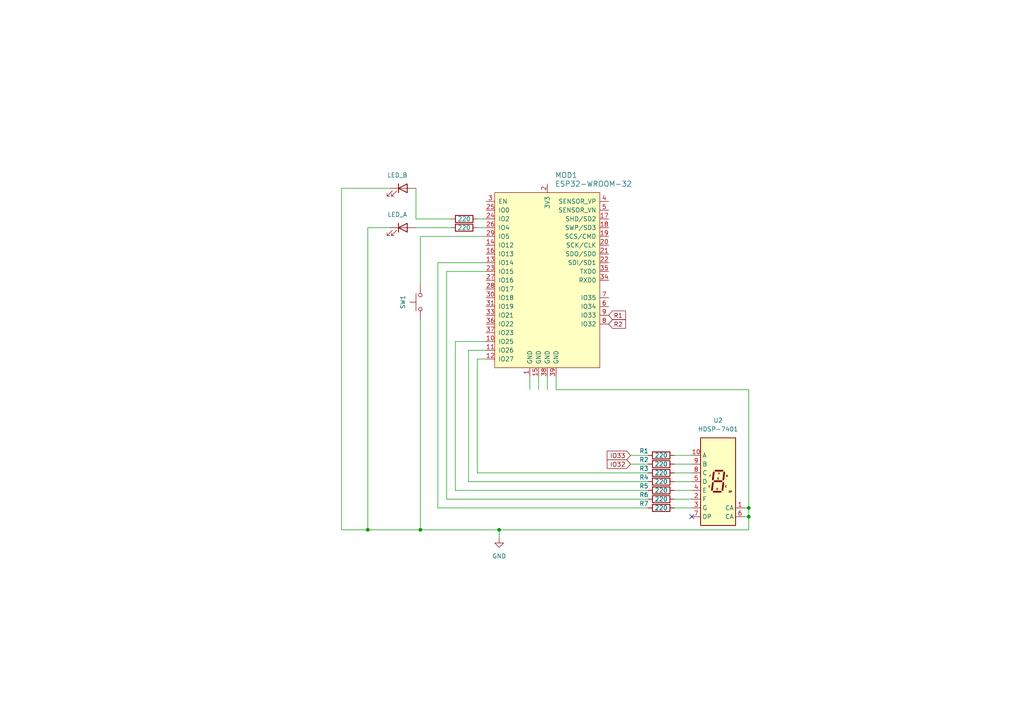
<source format=kicad_sch>
(kicad_sch (version 20230121) (generator eeschema)

  (uuid 1906a174-291f-4286-ac3c-35ec9e20ec29)

  (paper "A4")

  (lib_symbols
    (symbol "Device:LED" (pin_numbers hide) (pin_names (offset 1.016) hide) (in_bom yes) (on_board yes)
      (property "Reference" "D" (at 0 2.54 0)
        (effects (font (size 1.27 1.27)))
      )
      (property "Value" "LED" (at 0 -2.54 0)
        (effects (font (size 1.27 1.27)))
      )
      (property "Footprint" "" (at 0 0 0)
        (effects (font (size 1.27 1.27)) hide)
      )
      (property "Datasheet" "~" (at 0 0 0)
        (effects (font (size 1.27 1.27)) hide)
      )
      (property "ki_keywords" "LED diode" (at 0 0 0)
        (effects (font (size 1.27 1.27)) hide)
      )
      (property "ki_description" "Light emitting diode" (at 0 0 0)
        (effects (font (size 1.27 1.27)) hide)
      )
      (property "ki_fp_filters" "LED* LED_SMD:* LED_THT:*" (at 0 0 0)
        (effects (font (size 1.27 1.27)) hide)
      )
      (symbol "LED_0_1"
        (polyline
          (pts
            (xy -1.27 -1.27)
            (xy -1.27 1.27)
          )
          (stroke (width 0.254) (type default))
          (fill (type none))
        )
        (polyline
          (pts
            (xy -1.27 0)
            (xy 1.27 0)
          )
          (stroke (width 0) (type default))
          (fill (type none))
        )
        (polyline
          (pts
            (xy 1.27 -1.27)
            (xy 1.27 1.27)
            (xy -1.27 0)
            (xy 1.27 -1.27)
          )
          (stroke (width 0.254) (type default))
          (fill (type none))
        )
        (polyline
          (pts
            (xy -3.048 -0.762)
            (xy -4.572 -2.286)
            (xy -3.81 -2.286)
            (xy -4.572 -2.286)
            (xy -4.572 -1.524)
          )
          (stroke (width 0) (type default))
          (fill (type none))
        )
        (polyline
          (pts
            (xy -1.778 -0.762)
            (xy -3.302 -2.286)
            (xy -2.54 -2.286)
            (xy -3.302 -2.286)
            (xy -3.302 -1.524)
          )
          (stroke (width 0) (type default))
          (fill (type none))
        )
      )
      (symbol "LED_1_1"
        (pin passive line (at -3.81 0 0) (length 2.54)
          (name "K" (effects (font (size 1.27 1.27))))
          (number "1" (effects (font (size 1.27 1.27))))
        )
        (pin passive line (at 3.81 0 180) (length 2.54)
          (name "A" (effects (font (size 1.27 1.27))))
          (number "2" (effects (font (size 1.27 1.27))))
        )
      )
    )
    (symbol "Device:R" (pin_numbers hide) (pin_names (offset 0)) (in_bom yes) (on_board yes)
      (property "Reference" "R1" (at 2.54 1.27 0)
        (effects (font (size 1.27 1.27)) (justify left) hide)
      )
      (property "Value" "220" (at 0 -1.27 90)
        (effects (font (size 1.27 1.27)) (justify left))
      )
      (property "Footprint" "" (at -1.778 0 90)
        (effects (font (size 1.27 1.27)) hide)
      )
      (property "Datasheet" "~" (at 0 0 0)
        (effects (font (size 1.27 1.27)) hide)
      )
      (property "ki_keywords" "R res resistor" (at 0 0 0)
        (effects (font (size 1.27 1.27)) hide)
      )
      (property "ki_description" "Resistor" (at 0 0 0)
        (effects (font (size 1.27 1.27)) hide)
      )
      (property "ki_fp_filters" "R_*" (at 0 0 0)
        (effects (font (size 1.27 1.27)) hide)
      )
      (symbol "R_0_1"
        (rectangle (start -1.016 -2.54) (end 1.016 2.54)
          (stroke (width 0.254) (type default))
          (fill (type none))
        )
      )
      (symbol "R_1_1"
        (pin passive line (at 0 3.81 270) (length 1.27)
          (name "~" (effects (font (size 1.27 1.27))))
          (number "1" (effects (font (size 1.27 1.27))))
        )
        (pin passive line (at 0 -3.81 90) (length 1.27)
          (name "~" (effects (font (size 1.27 1.27))))
          (number "2" (effects (font (size 1.27 1.27))))
        )
      )
    )
    (symbol "Display_Character:HDSP-7401" (in_bom yes) (on_board yes)
      (property "Reference" "U" (at -3.81 13.97 0)
        (effects (font (size 1.27 1.27)))
      )
      (property "Value" "HDSP-7401" (at 6.35 13.97 0)
        (effects (font (size 1.27 1.27)))
      )
      (property "Footprint" "Display_7Segment:HDSP-7401" (at 0 -13.97 0)
        (effects (font (size 1.27 1.27)) hide)
      )
      (property "Datasheet" "https://docs.broadcom.com/docs/AV02-2553EN" (at 0 0 0)
        (effects (font (size 1.27 1.27)) hide)
      )
      (property "ki_keywords" "display LED 7-segment" (at 0 0 0)
        (effects (font (size 1.27 1.27)) hide)
      )
      (property "ki_description" "One digit 7 segment yellow, common anode" (at 0 0 0)
        (effects (font (size 1.27 1.27)) hide)
      )
      (property "ki_fp_filters" "HDSP?7401*" (at 0 0 0)
        (effects (font (size 1.27 1.27)) hide)
      )
      (symbol "HDSP-7401_1_0"
        (text "A" (at 0.254 2.413 0)
          (effects (font (size 0.508 0.508)))
        )
        (text "B" (at 2.54 1.651 0)
          (effects (font (size 0.508 0.508)))
        )
        (text "C" (at 2.286 -1.397 0)
          (effects (font (size 0.508 0.508)))
        )
        (text "D" (at -0.254 -2.159 0)
          (effects (font (size 0.508 0.508)))
        )
        (text "DP" (at 3.556 -2.921 0)
          (effects (font (size 0.508 0.508)))
        )
        (text "E" (at -2.54 -1.397 0)
          (effects (font (size 0.508 0.508)))
        )
        (text "F" (at -2.286 1.651 0)
          (effects (font (size 0.508 0.508)))
        )
        (text "G" (at 0 0.889 0)
          (effects (font (size 0.508 0.508)))
        )
      )
      (symbol "HDSP-7401_1_1"
        (rectangle (start -5.08 12.7) (end 5.08 -12.7)
          (stroke (width 0.254) (type default))
          (fill (type background))
        )
        (polyline
          (pts
            (xy -1.524 -0.381)
            (xy -1.778 -2.413)
          )
          (stroke (width 0.508) (type default))
          (fill (type none))
        )
        (polyline
          (pts
            (xy -1.27 -2.921)
            (xy 0.762 -2.921)
          )
          (stroke (width 0.508) (type default))
          (fill (type none))
        )
        (polyline
          (pts
            (xy -1.27 2.667)
            (xy -1.524 0.635)
          )
          (stroke (width 0.508) (type default))
          (fill (type none))
        )
        (polyline
          (pts
            (xy -1.016 0.127)
            (xy 1.016 0.127)
          )
          (stroke (width 0.508) (type default))
          (fill (type none))
        )
        (polyline
          (pts
            (xy -0.762 3.175)
            (xy 1.27 3.175)
          )
          (stroke (width 0.508) (type default))
          (fill (type none))
        )
        (polyline
          (pts
            (xy 1.524 -0.381)
            (xy 1.27 -2.413)
          )
          (stroke (width 0.508) (type default))
          (fill (type none))
        )
        (polyline
          (pts
            (xy 1.778 2.667)
            (xy 1.524 0.635)
          )
          (stroke (width 0.508) (type default))
          (fill (type none))
        )
        (polyline
          (pts
            (xy 2.54 -2.921)
            (xy 2.54 -2.921)
          )
          (stroke (width 0.508) (type default))
          (fill (type none))
        )
        (pin input line (at 7.62 -7.62 180) (length 2.54)
          (name "CA" (effects (font (size 1.27 1.27))))
          (number "1" (effects (font (size 1.27 1.27))))
        )
        (pin input line (at -7.62 7.62 0) (length 2.54)
          (name "A" (effects (font (size 1.27 1.27))))
          (number "10" (effects (font (size 1.27 1.27))))
        )
        (pin input line (at -7.62 -5.08 0) (length 2.54)
          (name "F" (effects (font (size 1.27 1.27))))
          (number "2" (effects (font (size 1.27 1.27))))
        )
        (pin input line (at -7.62 -7.62 0) (length 2.54)
          (name "G" (effects (font (size 1.27 1.27))))
          (number "3" (effects (font (size 1.27 1.27))))
        )
        (pin input line (at -7.62 -2.54 0) (length 2.54)
          (name "E" (effects (font (size 1.27 1.27))))
          (number "4" (effects (font (size 1.27 1.27))))
        )
        (pin input line (at -7.62 0 0) (length 2.54)
          (name "D" (effects (font (size 1.27 1.27))))
          (number "5" (effects (font (size 1.27 1.27))))
        )
        (pin input line (at 7.62 -10.16 180) (length 2.54)
          (name "CA" (effects (font (size 1.27 1.27))))
          (number "6" (effects (font (size 1.27 1.27))))
        )
        (pin input line (at -7.62 -10.16 0) (length 2.54)
          (name "DP" (effects (font (size 1.27 1.27))))
          (number "7" (effects (font (size 1.27 1.27))))
        )
        (pin input line (at -7.62 2.54 0) (length 2.54)
          (name "C" (effects (font (size 1.27 1.27))))
          (number "8" (effects (font (size 1.27 1.27))))
        )
        (pin input line (at -7.62 5.08 0) (length 2.54)
          (name "B" (effects (font (size 1.27 1.27))))
          (number "9" (effects (font (size 1.27 1.27))))
        )
      )
    )
    (symbol "Switch:SW_MEC_5G" (pin_numbers hide) (pin_names (offset 1.016) hide) (in_bom yes) (on_board yes)
      (property "Reference" "SW" (at 1.27 2.54 0)
        (effects (font (size 1.27 1.27)) (justify left))
      )
      (property "Value" "SW_MEC_5G" (at 0 -1.524 0)
        (effects (font (size 1.27 1.27)))
      )
      (property "Footprint" "" (at 0 5.08 0)
        (effects (font (size 1.27 1.27)) hide)
      )
      (property "Datasheet" "http://www.apem.com/int/index.php?controller=attachment&id_attachment=488" (at 0 5.08 0)
        (effects (font (size 1.27 1.27)) hide)
      )
      (property "ki_keywords" "switch normally-open pushbutton push-button" (at 0 0 0)
        (effects (font (size 1.27 1.27)) hide)
      )
      (property "ki_description" "MEC 5G single pole normally-open tactile switch" (at 0 0 0)
        (effects (font (size 1.27 1.27)) hide)
      )
      (property "ki_fp_filters" "SW*MEC*5G*" (at 0 0 0)
        (effects (font (size 1.27 1.27)) hide)
      )
      (symbol "SW_MEC_5G_0_1"
        (circle (center -2.032 0) (radius 0.508)
          (stroke (width 0) (type default))
          (fill (type none))
        )
        (polyline
          (pts
            (xy 0 1.27)
            (xy 0 3.048)
          )
          (stroke (width 0) (type default))
          (fill (type none))
        )
        (polyline
          (pts
            (xy 2.54 1.27)
            (xy -2.54 1.27)
          )
          (stroke (width 0) (type default))
          (fill (type none))
        )
        (circle (center 2.032 0) (radius 0.508)
          (stroke (width 0) (type default))
          (fill (type none))
        )
        (pin passive line (at -5.08 0 0) (length 2.54)
          (name "A" (effects (font (size 1.27 1.27))))
          (number "1" (effects (font (size 1.27 1.27))))
        )
        (pin passive line (at 5.08 0 180) (length 2.54)
          (name "B" (effects (font (size 1.27 1.27))))
          (number "3" (effects (font (size 1.27 1.27))))
        )
      )
      (symbol "SW_MEC_5G_1_1"
        (pin passive line (at -5.08 0 0) (length 2.54) hide
          (name "A" (effects (font (size 1.27 1.27))))
          (number "2" (effects (font (size 1.27 1.27))))
        )
        (pin passive line (at 5.08 0 180) (length 2.54) hide
          (name "B" (effects (font (size 1.27 1.27))))
          (number "4" (effects (font (size 1.27 1.27))))
        )
      )
    )
    (symbol "power:GND" (power) (pin_names (offset 0)) (in_bom yes) (on_board yes)
      (property "Reference" "#PWR" (at 0 -6.35 0)
        (effects (font (size 1.27 1.27)) hide)
      )
      (property "Value" "GND" (at 0 -3.81 0)
        (effects (font (size 1.27 1.27)))
      )
      (property "Footprint" "" (at 0 0 0)
        (effects (font (size 1.27 1.27)) hide)
      )
      (property "Datasheet" "" (at 0 0 0)
        (effects (font (size 1.27 1.27)) hide)
      )
      (property "ki_keywords" "global power" (at 0 0 0)
        (effects (font (size 1.27 1.27)) hide)
      )
      (property "ki_description" "Power symbol creates a global label with name \"GND\" , ground" (at 0 0 0)
        (effects (font (size 1.27 1.27)) hide)
      )
      (symbol "GND_0_1"
        (polyline
          (pts
            (xy 0 0)
            (xy 0 -1.27)
            (xy 1.27 -1.27)
            (xy 0 -2.54)
            (xy -1.27 -1.27)
            (xy 0 -1.27)
          )
          (stroke (width 0) (type default))
          (fill (type none))
        )
      )
      (symbol "GND_1_1"
        (pin power_in line (at 0 0 270) (length 0) hide
          (name "GND" (effects (font (size 1.27 1.27))))
          (number "1" (effects (font (size 1.27 1.27))))
        )
      )
    )
    (symbol "uwi_Library:ESP32-WROOM-32" (pin_names (offset 1.016)) (in_bom yes) (on_board yes)
      (property "Reference" "MOD" (at -10.16 1.27 0)
        (effects (font (size 1.524 1.524)) (justify left))
      )
      (property "Value" "ESP32-WROOM-32" (at 5.08 -25.4 90)
        (effects (font (size 1.524 1.524)))
      )
      (property "Footprint" "digikey-footprints:ESP32-WROOM-32D" (at 5.08 5.08 0)
        (effects (font (size 1.524 1.524)) (justify left) hide)
      )
      (property "Datasheet" "https://www.espressif.com/sites/default/files/documentation/esp32-wroom-32_datasheet_en.pdf" (at 5.08 7.62 0)
        (effects (font (size 1.524 1.524)) (justify left) hide)
      )
      (property "Digi-Key_PN" "1904-1010-1-ND" (at 5.08 10.16 0)
        (effects (font (size 1.524 1.524)) (justify left) hide)
      )
      (property "MPN" "ESP32-WROOM-32" (at 5.08 12.7 0)
        (effects (font (size 1.524 1.524)) (justify left) hide)
      )
      (property "Category" "RF/IF and RFID" (at 5.08 15.24 0)
        (effects (font (size 1.524 1.524)) (justify left) hide)
      )
      (property "Family" "RF Transceiver Modules" (at 5.08 17.78 0)
        (effects (font (size 1.524 1.524)) (justify left) hide)
      )
      (property "DK_Datasheet_Link" "https://www.espressif.com/sites/default/files/documentation/esp32-wroom-32_datasheet_en.pdf" (at 5.08 20.32 0)
        (effects (font (size 1.524 1.524)) (justify left) hide)
      )
      (property "DK_Detail_Page" "/product-detail/en/espressif-systems/ESP32-WROOM-32/1904-1010-1-ND/8544305" (at 5.08 22.86 0)
        (effects (font (size 1.524 1.524)) (justify left) hide)
      )
      (property "Description" "SMD MODULE, ESP32-D0WDQ6, 32MBIT" (at 5.08 25.4 0)
        (effects (font (size 1.524 1.524)) (justify left) hide)
      )
      (property "Manufacturer" "Espressif Systems" (at 5.08 27.94 0)
        (effects (font (size 1.524 1.524)) (justify left) hide)
      )
      (property "Status" "Active" (at 5.08 30.48 0)
        (effects (font (size 1.524 1.524)) (justify left) hide)
      )
      (property "ki_keywords" "1904-1010-1-ND *" (at 0 0 0)
        (effects (font (size 1.27 1.27)) hide)
      )
      (property "ki_description" "SMD MODULE, ESP32-D0WDQ6, 32MBIT" (at 0 0 0)
        (effects (font (size 1.27 1.27)) hide)
      )
      (symbol "ESP32-WROOM-32_0_1"
        (rectangle (start -10.16 0) (end 20.32 -50.8)
          (stroke (width 0) (type default))
          (fill (type background))
        )
      )
      (symbol "ESP32-WROOM-32_1_1"
        (pin power_in line (at 0 -53.34 90) (length 2.54)
          (name "GND" (effects (font (size 1.27 1.27))))
          (number "1" (effects (font (size 1.27 1.27))))
        )
        (pin bidirectional line (at -12.7 -43.18 0) (length 2.54)
          (name "IO25" (effects (font (size 1.27 1.27))))
          (number "10" (effects (font (size 1.27 1.27))))
        )
        (pin bidirectional line (at -12.7 -45.72 0) (length 2.54)
          (name "IO26" (effects (font (size 1.27 1.27))))
          (number "11" (effects (font (size 1.27 1.27))))
        )
        (pin bidirectional line (at -12.7 -48.26 0) (length 2.54)
          (name "IO27" (effects (font (size 1.27 1.27))))
          (number "12" (effects (font (size 1.27 1.27))))
        )
        (pin bidirectional line (at -12.7 -20.32 0) (length 2.54)
          (name "IO14" (effects (font (size 1.27 1.27))))
          (number "13" (effects (font (size 1.27 1.27))))
        )
        (pin bidirectional line (at -12.7 -15.24 0) (length 2.54)
          (name "IO12" (effects (font (size 1.27 1.27))))
          (number "14" (effects (font (size 1.27 1.27))))
        )
        (pin power_in line (at 2.54 -53.34 90) (length 2.54)
          (name "GND" (effects (font (size 1.27 1.27))))
          (number "15" (effects (font (size 1.27 1.27))))
        )
        (pin bidirectional line (at -12.7 -17.78 0) (length 2.54)
          (name "IO13" (effects (font (size 1.27 1.27))))
          (number "16" (effects (font (size 1.27 1.27))))
        )
        (pin bidirectional line (at 22.86 -7.62 180) (length 2.54)
          (name "SHD/SD2" (effects (font (size 1.27 1.27))))
          (number "17" (effects (font (size 1.27 1.27))))
        )
        (pin bidirectional line (at 22.86 -10.16 180) (length 2.54)
          (name "SWP/SD3" (effects (font (size 1.27 1.27))))
          (number "18" (effects (font (size 1.27 1.27))))
        )
        (pin bidirectional line (at 22.86 -12.7 180) (length 2.54)
          (name "SCS/CMD" (effects (font (size 1.27 1.27))))
          (number "19" (effects (font (size 1.27 1.27))))
        )
        (pin power_in line (at 5.08 2.54 270) (length 2.54)
          (name "3V3" (effects (font (size 1.27 1.27))))
          (number "2" (effects (font (size 1.27 1.27))))
        )
        (pin bidirectional line (at 22.86 -15.24 180) (length 2.54)
          (name "SCK/CLK" (effects (font (size 1.27 1.27))))
          (number "20" (effects (font (size 1.27 1.27))))
        )
        (pin bidirectional line (at 22.86 -17.78 180) (length 2.54)
          (name "SDO/SD0" (effects (font (size 1.27 1.27))))
          (number "21" (effects (font (size 1.27 1.27))))
        )
        (pin bidirectional line (at 22.86 -20.32 180) (length 2.54)
          (name "SDI/SD1" (effects (font (size 1.27 1.27))))
          (number "22" (effects (font (size 1.27 1.27))))
        )
        (pin bidirectional line (at -12.7 -22.86 0) (length 2.54)
          (name "IO15" (effects (font (size 1.27 1.27))))
          (number "23" (effects (font (size 1.27 1.27))))
        )
        (pin bidirectional line (at -12.7 -7.62 0) (length 2.54)
          (name "IO2" (effects (font (size 1.27 1.27))))
          (number "24" (effects (font (size 1.27 1.27))))
        )
        (pin bidirectional line (at -12.7 -5.08 0) (length 2.54)
          (name "IO0" (effects (font (size 1.27 1.27))))
          (number "25" (effects (font (size 1.27 1.27))))
        )
        (pin bidirectional line (at -12.7 -10.16 0) (length 2.54)
          (name "IO4" (effects (font (size 1.27 1.27))))
          (number "26" (effects (font (size 1.27 1.27))))
        )
        (pin bidirectional line (at -12.7 -25.4 0) (length 2.54)
          (name "IO16" (effects (font (size 1.27 1.27))))
          (number "27" (effects (font (size 1.27 1.27))))
        )
        (pin bidirectional line (at -12.7 -27.94 0) (length 2.54)
          (name "IO17" (effects (font (size 1.27 1.27))))
          (number "28" (effects (font (size 1.27 1.27))))
        )
        (pin bidirectional line (at -12.7 -12.7 0) (length 2.54)
          (name "IO5" (effects (font (size 1.27 1.27))))
          (number "29" (effects (font (size 1.27 1.27))))
        )
        (pin input line (at -12.7 -2.54 0) (length 2.54)
          (name "EN" (effects (font (size 1.27 1.27))))
          (number "3" (effects (font (size 1.27 1.27))))
        )
        (pin bidirectional line (at -12.7 -30.48 0) (length 2.54)
          (name "IO18" (effects (font (size 1.27 1.27))))
          (number "30" (effects (font (size 1.27 1.27))))
        )
        (pin bidirectional line (at -12.7 -33.02 0) (length 2.54)
          (name "IO19" (effects (font (size 1.27 1.27))))
          (number "31" (effects (font (size 1.27 1.27))))
        )
        (pin no_connect line (at 20.32 -43.18 180) (length 2.54) hide
          (name "NC" (effects (font (size 1.27 1.27))))
          (number "32" (effects (font (size 1.27 1.27))))
        )
        (pin bidirectional line (at -12.7 -35.56 0) (length 2.54)
          (name "IO21" (effects (font (size 1.27 1.27))))
          (number "33" (effects (font (size 1.27 1.27))))
        )
        (pin bidirectional line (at 22.86 -25.4 180) (length 2.54)
          (name "RXD0" (effects (font (size 1.27 1.27))))
          (number "34" (effects (font (size 1.27 1.27))))
        )
        (pin bidirectional line (at 22.86 -22.86 180) (length 2.54)
          (name "TXD0" (effects (font (size 1.27 1.27))))
          (number "35" (effects (font (size 1.27 1.27))))
        )
        (pin bidirectional line (at -12.7 -38.1 0) (length 2.54)
          (name "IO22" (effects (font (size 1.27 1.27))))
          (number "36" (effects (font (size 1.27 1.27))))
        )
        (pin bidirectional line (at -12.7 -40.64 0) (length 2.54)
          (name "IO23" (effects (font (size 1.27 1.27))))
          (number "37" (effects (font (size 1.27 1.27))))
        )
        (pin power_in line (at 5.08 -53.34 90) (length 2.54)
          (name "GND" (effects (font (size 1.27 1.27))))
          (number "38" (effects (font (size 1.27 1.27))))
        )
        (pin power_in line (at 7.62 -53.34 90) (length 2.54)
          (name "GND" (effects (font (size 1.27 1.27))))
          (number "39" (effects (font (size 1.27 1.27))))
        )
        (pin input line (at 22.86 -2.54 180) (length 2.54)
          (name "SENSOR_VP" (effects (font (size 1.27 1.27))))
          (number "4" (effects (font (size 1.27 1.27))))
        )
        (pin input line (at 22.86 -5.08 180) (length 2.54)
          (name "SENSOR_VN" (effects (font (size 1.27 1.27))))
          (number "5" (effects (font (size 1.27 1.27))))
        )
        (pin bidirectional line (at 22.86 -33.02 180) (length 2.54)
          (name "IO34" (effects (font (size 1.27 1.27))))
          (number "6" (effects (font (size 1.27 1.27))))
        )
        (pin bidirectional line (at 22.86 -30.48 180) (length 2.54)
          (name "IO35" (effects (font (size 1.27 1.27))))
          (number "7" (effects (font (size 1.27 1.27))))
        )
        (pin bidirectional line (at 22.86 -38.1 180) (length 2.54)
          (name "IO32" (effects (font (size 1.27 1.27))))
          (number "8" (effects (font (size 1.27 1.27))))
        )
        (pin bidirectional line (at 22.86 -35.56 180) (length 2.54)
          (name "IO33" (effects (font (size 1.27 1.27))))
          (number "9" (effects (font (size 1.27 1.27))))
        )
      )
    )
  )

  (junction (at 121.92 153.67) (diameter 0) (color 0 0 0 0)
    (uuid 0e78d45b-27a5-40eb-8de0-efbd93d43ac6)
  )
  (junction (at 217.17 147.32) (diameter 0) (color 0 0 0 0)
    (uuid 424ddfc9-37fa-435d-9cc2-bd445005817d)
  )
  (junction (at 217.17 149.86) (diameter 0) (color 0 0 0 0)
    (uuid 5fe4ddfd-3938-43ac-bd43-40ad9ec0b7e6)
  )
  (junction (at 144.78 153.67) (diameter 0) (color 0 0 0 0)
    (uuid a535f8f4-5c66-4853-881e-7f63ea5ad878)
  )
  (junction (at 106.68 153.67) (diameter 0) (color 0 0 0 0)
    (uuid ee9c3b5e-c32a-498e-889d-af54ec363bec)
  )

  (no_connect (at 200.66 149.86) (uuid ae0c0b50-0547-4b76-86ce-217569311bdd))

  (wire (pts (xy 129.54 78.74) (xy 129.54 144.78))
    (stroke (width 0) (type default))
    (uuid 067dceb0-a120-4967-a9d5-9258cc994d0c)
  )
  (wire (pts (xy 138.43 137.16) (xy 138.43 104.14))
    (stroke (width 0) (type default))
    (uuid 0c5edc02-3541-448e-ae21-ecd8ad645a53)
  )
  (wire (pts (xy 132.08 99.06) (xy 140.97 99.06))
    (stroke (width 0) (type default))
    (uuid 1364d9fe-3346-4783-9bd5-2230f2c332e2)
  )
  (wire (pts (xy 138.43 104.14) (xy 140.97 104.14))
    (stroke (width 0) (type default))
    (uuid 151f54ca-df4d-49d3-9d9c-8f99cec3f7ce)
  )
  (wire (pts (xy 158.75 109.22) (xy 158.75 113.03))
    (stroke (width 0) (type default))
    (uuid 1958df34-dbcd-4ed8-973d-0c84d47620dc)
  )
  (wire (pts (xy 129.54 78.74) (xy 140.97 78.74))
    (stroke (width 0) (type default))
    (uuid 1cc42e5a-1a60-4784-91ef-b19ad9aca1c7)
  )
  (wire (pts (xy 187.96 137.16) (xy 138.43 137.16))
    (stroke (width 0) (type default))
    (uuid 1ce2bd36-f65a-4821-9e93-bd73d2326031)
  )
  (wire (pts (xy 127 76.2) (xy 127 147.32))
    (stroke (width 0) (type default))
    (uuid 201cb74f-63fa-40e9-a01c-4479ebf9c239)
  )
  (wire (pts (xy 182.88 132.08) (xy 187.96 132.08))
    (stroke (width 0) (type default))
    (uuid 21b3d203-395c-4a70-9e84-5cc9c547f308)
  )
  (wire (pts (xy 135.89 101.6) (xy 135.89 139.7))
    (stroke (width 0) (type default))
    (uuid 272f2216-2596-4a99-9277-915daea1f0bc)
  )
  (wire (pts (xy 187.96 144.78) (xy 129.54 144.78))
    (stroke (width 0) (type default))
    (uuid 297e57be-bab7-4c6e-a3a2-8b3cb78a11dd)
  )
  (wire (pts (xy 127 76.2) (xy 140.97 76.2))
    (stroke (width 0) (type default))
    (uuid 2aab78fa-7b74-4ac9-aa26-4e0a4323ebec)
  )
  (wire (pts (xy 195.58 132.08) (xy 200.66 132.08))
    (stroke (width 0) (type default))
    (uuid 2f738b09-806d-4c3c-9511-6a1e9c9b74c1)
  )
  (wire (pts (xy 132.08 142.24) (xy 187.96 142.24))
    (stroke (width 0) (type default))
    (uuid 404c6a89-b778-45ba-9094-2ab2ac16644a)
  )
  (wire (pts (xy 144.78 153.67) (xy 217.17 153.67))
    (stroke (width 0) (type default))
    (uuid 448139fd-f7cf-498b-960d-9ad0dd4dd25d)
  )
  (wire (pts (xy 138.4444 63.5) (xy 140.97 63.5))
    (stroke (width 0) (type default))
    (uuid 4a175b9a-7e76-41dd-83dc-74ca8d0aba16)
  )
  (wire (pts (xy 121.92 68.58) (xy 121.92 82.55))
    (stroke (width 0) (type default))
    (uuid 4eaecb71-4835-4829-b4f4-71134b65a78a)
  )
  (wire (pts (xy 135.89 139.7) (xy 187.96 139.7))
    (stroke (width 0) (type default))
    (uuid 4f58e1a2-e08f-465c-bc9d-dce6ca944c71)
  )
  (wire (pts (xy 200.66 137.16) (xy 195.58 137.16))
    (stroke (width 0) (type default))
    (uuid 53107558-80b8-4085-bc22-7bdef8f2bcaa)
  )
  (wire (pts (xy 200.66 144.78) (xy 195.58 144.78))
    (stroke (width 0) (type default))
    (uuid 5d9b89c5-310c-434e-bfb5-2127da2b06bd)
  )
  (wire (pts (xy 99.06 54.61) (xy 99.06 153.67))
    (stroke (width 0) (type default))
    (uuid 5f563bad-b9dc-422d-b016-4873bb85d355)
  )
  (wire (pts (xy 215.9 147.32) (xy 217.17 147.32))
    (stroke (width 0) (type default))
    (uuid 705fb8bb-3fd3-4fd3-8c35-d07d703b4a37)
  )
  (wire (pts (xy 113.03 54.61) (xy 99.06 54.61))
    (stroke (width 0) (type default))
    (uuid 82b97f3b-58bc-4107-a3ac-2a4f6826dd8e)
  )
  (wire (pts (xy 153.67 109.22) (xy 153.67 113.03))
    (stroke (width 0) (type default))
    (uuid 88a4d6db-7c53-4147-bc80-d87a3cdc7109)
  )
  (wire (pts (xy 121.92 92.71) (xy 121.92 153.67))
    (stroke (width 0) (type default))
    (uuid 898f606d-5cb5-4804-9f83-c1d025f85e11)
  )
  (wire (pts (xy 187.96 147.32) (xy 127 147.32))
    (stroke (width 0) (type default))
    (uuid 90b25db5-1273-45f8-b161-292b81efa7eb)
  )
  (wire (pts (xy 217.17 149.86) (xy 217.17 153.67))
    (stroke (width 0) (type default))
    (uuid 90d5f38b-8789-4a04-a2dc-bcade99b2e0a)
  )
  (wire (pts (xy 144.78 153.67) (xy 121.92 153.67))
    (stroke (width 0) (type default))
    (uuid 9250476d-b4e1-4f46-9d85-e01105bb9700)
  )
  (wire (pts (xy 140.97 101.6) (xy 135.89 101.6))
    (stroke (width 0) (type default))
    (uuid 9b21baae-3991-483f-83f6-3ca821bc39c0)
  )
  (wire (pts (xy 120.65 63.5) (xy 130.8244 63.5))
    (stroke (width 0) (type default))
    (uuid 9c2c5e8c-449d-4ffe-a1c5-ce19a0c96f72)
  )
  (wire (pts (xy 121.92 153.67) (xy 106.68 153.67))
    (stroke (width 0) (type default))
    (uuid a197e18e-1652-4ba7-8882-62d12a69d618)
  )
  (wire (pts (xy 217.17 113.03) (xy 217.17 147.32))
    (stroke (width 0) (type default))
    (uuid a34e1998-9d30-4c02-a54b-935502e97f18)
  )
  (wire (pts (xy 161.29 109.22) (xy 161.29 113.03))
    (stroke (width 0) (type default))
    (uuid a7d7b961-0ea2-40a2-9221-3c702adc0d8d)
  )
  (wire (pts (xy 121.92 68.58) (xy 140.97 68.58))
    (stroke (width 0) (type default))
    (uuid a97540a6-2ca6-4195-9178-cd1fc6855abd)
  )
  (wire (pts (xy 187.96 134.62) (xy 182.88 134.62))
    (stroke (width 0) (type default))
    (uuid af140b12-8324-4bb2-a34a-fbbfcb82900b)
  )
  (wire (pts (xy 106.68 153.67) (xy 99.06 153.67))
    (stroke (width 0) (type default))
    (uuid b0e0ee3d-d9b3-4e33-9e4d-572e228b9da7)
  )
  (wire (pts (xy 120.65 54.61) (xy 120.65 63.5))
    (stroke (width 0) (type default))
    (uuid b2a0684e-e0ea-45a3-85f2-82cd757f093c)
  )
  (wire (pts (xy 200.66 147.32) (xy 195.58 147.32))
    (stroke (width 0) (type default))
    (uuid bc8f62e9-abd2-413b-96f4-a1f38483df9d)
  )
  (wire (pts (xy 156.21 109.22) (xy 156.21 113.03))
    (stroke (width 0) (type default))
    (uuid c26b4e8c-1c3e-4a67-929a-18d2d594738b)
  )
  (wire (pts (xy 113.03 66.04) (xy 106.68 66.04))
    (stroke (width 0) (type default))
    (uuid c4e562e3-9230-4707-af0c-796f3fcd721b)
  )
  (wire (pts (xy 106.68 66.04) (xy 106.68 153.67))
    (stroke (width 0) (type default))
    (uuid ca093a23-6739-457a-a5b2-8751e65876fd)
  )
  (wire (pts (xy 138.43 66.04) (xy 140.97 66.04))
    (stroke (width 0) (type default))
    (uuid d0203e59-f033-4ebb-ac78-a26f91e18dff)
  )
  (wire (pts (xy 215.9 149.86) (xy 217.17 149.86))
    (stroke (width 0) (type default))
    (uuid d03eab15-ad12-4823-9ebd-bf22c2f3616b)
  )
  (wire (pts (xy 161.29 113.03) (xy 217.17 113.03))
    (stroke (width 0) (type default))
    (uuid d0de4909-b11f-4fbb-8f4e-c2226f89a59a)
  )
  (wire (pts (xy 132.08 99.06) (xy 132.08 142.24))
    (stroke (width 0) (type default))
    (uuid d153febc-7e0c-4969-b6f5-16e1e877c598)
  )
  (wire (pts (xy 217.17 147.32) (xy 217.17 149.86))
    (stroke (width 0) (type default))
    (uuid e6ffc8df-97b9-40f1-b017-c7335412ce02)
  )
  (wire (pts (xy 195.58 139.7) (xy 200.66 139.7))
    (stroke (width 0) (type default))
    (uuid edb18f6a-353e-49bc-8ba9-f51f779e92fc)
  )
  (wire (pts (xy 144.78 156.21) (xy 144.78 153.67))
    (stroke (width 0) (type default))
    (uuid ee8ef400-723e-479b-8d89-982312481043)
  )
  (wire (pts (xy 120.65 66.04) (xy 130.81 66.04))
    (stroke (width 0) (type default))
    (uuid ef2368f6-3525-4788-a0ed-feddc855272f)
  )
  (wire (pts (xy 200.66 134.62) (xy 195.58 134.62))
    (stroke (width 0) (type default))
    (uuid faf4795c-7f21-44ca-8618-f71a31d96c8c)
  )
  (wire (pts (xy 195.58 142.24) (xy 200.66 142.24))
    (stroke (width 0) (type default))
    (uuid fcf209f8-ac10-442a-9694-0a3b386ad5a4)
  )

  (global_label "R1" (shape input) (at 176.53 91.44 0) (fields_autoplaced)
    (effects (font (size 1.27 1.27)) (justify left))
    (uuid 4239dca4-13e7-456f-a690-e9b6189ff769)
    (property "Intersheetrefs" "${INTERSHEET_REFS}" (at 181.9947 91.44 0)
      (effects (font (size 1.27 1.27)) (justify left) hide)
    )
  )
  (global_label "IO33" (shape input) (at 182.88 132.08 180) (fields_autoplaced)
    (effects (font (size 1.27 1.27)) (justify right))
    (uuid 6834851e-624f-4820-ba11-24970a1876cd)
    (property "Intersheetrefs" "${INTERSHEET_REFS}" (at 175.5405 132.08 0)
      (effects (font (size 1.27 1.27)) (justify right) hide)
    )
  )
  (global_label "R2" (shape input) (at 176.53 93.98 0) (fields_autoplaced)
    (effects (font (size 1.27 1.27)) (justify left))
    (uuid 70d06faa-a371-4de4-bfca-4f06e3c20c22)
    (property "Intersheetrefs" "${INTERSHEET_REFS}" (at 181.9947 93.98 0)
      (effects (font (size 1.27 1.27)) (justify left) hide)
    )
  )
  (global_label "IO32" (shape input) (at 182.88 134.62 180) (fields_autoplaced)
    (effects (font (size 1.27 1.27)) (justify right))
    (uuid 86f31a96-3b29-4b69-98ef-05cd69a9b92f)
    (property "Intersheetrefs" "${INTERSHEET_REFS}" (at 175.5405 134.62 0)
      (effects (font (size 1.27 1.27)) (justify right) hide)
    )
  )

  (symbol (lib_id "Device:R") (at 191.77 132.08 270) (unit 1)
    (in_bom yes) (on_board yes) (dnp no)
    (uuid 0dd8731b-9247-4199-bbdb-8dc2367ad97e)
    (property "Reference" "R1" (at 185.42 130.81 90)
      (effects (font (size 1.27 1.27)) (justify left))
    )
    (property "Value" "220" (at 191.77 132.08 90)
      (effects (font (size 1.27 1.27)))
    )
    (property "Footprint" "" (at 191.77 130.302 90)
      (effects (font (size 1.27 1.27)) hide)
    )
    (property "Datasheet" "~" (at 191.77 132.08 0)
      (effects (font (size 1.27 1.27)) hide)
    )
    (pin "1" (uuid b03bbba1-3a3b-4f46-8c67-927a0cfd3329))
    (pin "2" (uuid 028ddcc8-d8cb-4364-9db4-f6b87c686764))
    (instances
      (project "Lab_1_1A"
        (path "/1906a174-291f-4286-ac3c-35ec9e20ec29"
          (reference "R1") (unit 1)
        )
      )
    )
  )

  (symbol (lib_id "Device:R") (at 191.77 137.16 270) (unit 1)
    (in_bom yes) (on_board yes) (dnp no)
    (uuid 59d257e3-6f51-4410-8bb4-761659c32e19)
    (property "Reference" "R3" (at 185.42 135.89 90)
      (effects (font (size 1.27 1.27)) (justify left))
    )
    (property "Value" "220" (at 191.77 137.16 90)
      (effects (font (size 1.27 1.27)))
    )
    (property "Footprint" "" (at 191.77 135.382 90)
      (effects (font (size 1.27 1.27)) hide)
    )
    (property "Datasheet" "~" (at 191.77 137.16 0)
      (effects (font (size 1.27 1.27)) hide)
    )
    (pin "1" (uuid d701136b-d5e7-4077-90c5-8b1f932d20b9))
    (pin "2" (uuid 3ddd31b0-bf3a-4192-a64e-d641ab4cf7bf))
    (instances
      (project "Lab_1_1A"
        (path "/1906a174-291f-4286-ac3c-35ec9e20ec29"
          (reference "R3") (unit 1)
        )
      )
    )
  )

  (symbol (lib_id "Device:R") (at 191.77 147.32 270) (unit 1)
    (in_bom yes) (on_board yes) (dnp no)
    (uuid 67ae198f-a5f4-4987-916a-24f14a83c981)
    (property "Reference" "R7" (at 185.42 146.05 90)
      (effects (font (size 1.27 1.27)) (justify left))
    )
    (property "Value" "220" (at 191.77 147.32 90)
      (effects (font (size 1.27 1.27)))
    )
    (property "Footprint" "" (at 191.77 145.542 90)
      (effects (font (size 1.27 1.27)) hide)
    )
    (property "Datasheet" "~" (at 191.77 147.32 0)
      (effects (font (size 1.27 1.27)) hide)
    )
    (pin "1" (uuid e12e8f15-2b74-42f4-adad-3b12c39af80b))
    (pin "2" (uuid 1e081dcd-7ad0-48ec-90f3-08502b8fa565))
    (instances
      (project "Lab_1_1A"
        (path "/1906a174-291f-4286-ac3c-35ec9e20ec29"
          (reference "R7") (unit 1)
        )
      )
    )
  )

  (symbol (lib_id "Device:R") (at 191.77 134.62 270) (unit 1)
    (in_bom yes) (on_board yes) (dnp no)
    (uuid 6b451390-3b55-405d-95f3-a874bfc4bae9)
    (property "Reference" "R2" (at 185.42 133.35 90)
      (effects (font (size 1.27 1.27)) (justify left))
    )
    (property "Value" "220" (at 191.77 134.62 90)
      (effects (font (size 1.27 1.27)))
    )
    (property "Footprint" "" (at 191.77 132.842 90)
      (effects (font (size 1.27 1.27)) hide)
    )
    (property "Datasheet" "~" (at 191.77 134.62 0)
      (effects (font (size 1.27 1.27)) hide)
    )
    (pin "1" (uuid f709f32d-1c05-4995-a681-db7a1cf5c30f))
    (pin "2" (uuid 1e1dd9db-1e93-4dcd-a3f4-e42246dcf48f))
    (instances
      (project "Lab_1_1A"
        (path "/1906a174-291f-4286-ac3c-35ec9e20ec29"
          (reference "R2") (unit 1)
        )
      )
    )
  )

  (symbol (lib_id "Device:LED") (at 116.84 54.61 0) (unit 1)
    (in_bom yes) (on_board yes) (dnp no) (fields_autoplaced)
    (uuid 753ad3a3-0bec-41cb-b450-d259e73bf45f)
    (property "Reference" "D2" (at 115.2525 48.26 0)
      (effects (font (size 1.27 1.27)) hide)
    )
    (property "Value" "LED_B" (at 115.2525 50.8 0)
      (effects (font (size 1.27 1.27)))
    )
    (property "Footprint" "" (at 116.84 54.61 0)
      (effects (font (size 1.27 1.27)) hide)
    )
    (property "Datasheet" "~" (at 116.84 54.61 0)
      (effects (font (size 1.27 1.27)) hide)
    )
    (pin "1" (uuid 4091f3a0-f597-4d53-9c15-4ff3c77fabe9))
    (pin "2" (uuid 63152204-ada8-44e0-9896-69801415fe92))
    (instances
      (project "Lab_1_1A"
        (path "/1906a174-291f-4286-ac3c-35ec9e20ec29"
          (reference "D2") (unit 1)
        )
      )
    )
  )

  (symbol (lib_id "Device:R") (at 134.62 66.04 270) (unit 1)
    (in_bom yes) (on_board yes) (dnp no)
    (uuid 788706e3-9429-4521-a577-f38ed7c7bdab)
    (property "Reference" "R8" (at 135.89 68.58 0)
      (effects (font (size 1.27 1.27)) (justify left) hide)
    )
    (property "Value" "220" (at 134.62 66.04 90)
      (effects (font (size 1.27 1.27)))
    )
    (property "Footprint" "" (at 134.62 64.262 90)
      (effects (font (size 1.27 1.27)) hide)
    )
    (property "Datasheet" "~" (at 134.62 66.04 0)
      (effects (font (size 1.27 1.27)) hide)
    )
    (pin "1" (uuid 7c7e5f1f-4a6b-463b-9be3-664aa6ccb546))
    (pin "2" (uuid 7a60611a-f8ce-473e-93e7-be1acfef18c3))
    (instances
      (project "Lab_1_1A"
        (path "/1906a174-291f-4286-ac3c-35ec9e20ec29"
          (reference "R8") (unit 1)
        )
      )
    )
  )

  (symbol (lib_id "Display_Character:HDSP-7401") (at 208.28 139.7 0) (unit 1)
    (in_bom yes) (on_board yes) (dnp no) (fields_autoplaced)
    (uuid 8341b3dc-e3c1-4cf7-833e-ced5faaed9c9)
    (property "Reference" "U2" (at 208.28 121.92 0)
      (effects (font (size 1.27 1.27)))
    )
    (property "Value" "HDSP-7401" (at 208.28 124.46 0)
      (effects (font (size 1.27 1.27)))
    )
    (property "Footprint" "Display_7Segment:HDSP-7401" (at 208.28 153.67 0)
      (effects (font (size 1.27 1.27)) hide)
    )
    (property "Datasheet" "https://docs.broadcom.com/docs/AV02-2553EN" (at 208.28 139.7 0)
      (effects (font (size 1.27 1.27)) hide)
    )
    (pin "1" (uuid b3452960-0090-42ce-a2af-f7a806666ea3))
    (pin "10" (uuid 54de9b36-89db-48ae-a2c8-7493b2b1636a))
    (pin "2" (uuid f2542eb1-c0dc-435c-9832-94548cc51de6))
    (pin "3" (uuid 41a9ea25-931a-4374-b8a1-dc0cf5f2d4a4))
    (pin "4" (uuid d94a2f61-4a35-4931-b325-e0c9c30e4955))
    (pin "5" (uuid 20cec854-e241-4b55-96ab-5d3be1030332))
    (pin "6" (uuid 86cb6e05-391d-4a34-bab4-9f125b155d20))
    (pin "7" (uuid 705d8170-ebfd-4b3e-86ff-927639a24195))
    (pin "8" (uuid 922c9605-90fc-48cf-9a6c-de82f3d227d0))
    (pin "9" (uuid d4aa1367-2fef-4d03-acbf-64f2eb4ee2fa))
    (instances
      (project "Lab_1_1A"
        (path "/1906a174-291f-4286-ac3c-35ec9e20ec29"
          (reference "U2") (unit 1)
        )
      )
    )
  )

  (symbol (lib_id "power:GND") (at 144.78 156.21 0) (unit 1)
    (in_bom yes) (on_board yes) (dnp no) (fields_autoplaced)
    (uuid 9a211e7a-2160-409e-9de3-dfeae921f531)
    (property "Reference" "#PWR01" (at 144.78 162.56 0)
      (effects (font (size 1.27 1.27)) hide)
    )
    (property "Value" "GND" (at 144.78 161.29 0)
      (effects (font (size 1.27 1.27)))
    )
    (property "Footprint" "" (at 144.78 156.21 0)
      (effects (font (size 1.27 1.27)) hide)
    )
    (property "Datasheet" "" (at 144.78 156.21 0)
      (effects (font (size 1.27 1.27)) hide)
    )
    (pin "1" (uuid d5c8bb99-b2a0-44fc-8124-621efad6838d))
    (instances
      (project "Lab_1_1A"
        (path "/1906a174-291f-4286-ac3c-35ec9e20ec29"
          (reference "#PWR01") (unit 1)
        )
      )
    )
  )

  (symbol (lib_id "uwi_Library:ESP32-WROOM-32") (at 153.67 55.88 0) (unit 1)
    (in_bom yes) (on_board yes) (dnp no) (fields_autoplaced)
    (uuid 9d0c32a8-a403-4564-8122-1239f5a67899)
    (property "Reference" "MOD1" (at 160.9441 50.8 0)
      (effects (font (size 1.524 1.524)) (justify left))
    )
    (property "Value" "ESP32-WROOM-32" (at 160.9441 53.34 0)
      (effects (font (size 1.524 1.524)) (justify left))
    )
    (property "Footprint" "digikey-footprints:ESP32-WROOM-32D" (at 158.75 50.8 0)
      (effects (font (size 1.524 1.524)) (justify left) hide)
    )
    (property "Datasheet" "https://www.espressif.com/sites/default/files/documentation/esp32-wroom-32_datasheet_en.pdf" (at 158.75 48.26 0)
      (effects (font (size 1.524 1.524)) (justify left) hide)
    )
    (property "Digi-Key_PN" "1904-1010-1-ND" (at 158.75 45.72 0)
      (effects (font (size 1.524 1.524)) (justify left) hide)
    )
    (property "MPN" "ESP32-WROOM-32" (at 158.75 43.18 0)
      (effects (font (size 1.524 1.524)) (justify left) hide)
    )
    (property "Category" "RF/IF and RFID" (at 158.75 40.64 0)
      (effects (font (size 1.524 1.524)) (justify left) hide)
    )
    (property "Family" "RF Transceiver Modules" (at 158.75 38.1 0)
      (effects (font (size 1.524 1.524)) (justify left) hide)
    )
    (property "DK_Datasheet_Link" "https://www.espressif.com/sites/default/files/documentation/esp32-wroom-32_datasheet_en.pdf" (at 158.75 35.56 0)
      (effects (font (size 1.524 1.524)) (justify left) hide)
    )
    (property "DK_Detail_Page" "/product-detail/en/espressif-systems/ESP32-WROOM-32/1904-1010-1-ND/8544305" (at 158.75 33.02 0)
      (effects (font (size 1.524 1.524)) (justify left) hide)
    )
    (property "Description" "SMD MODULE, ESP32-D0WDQ6, 32MBIT" (at 158.75 30.48 0)
      (effects (font (size 1.524 1.524)) (justify left) hide)
    )
    (property "Manufacturer" "Espressif Systems" (at 158.75 27.94 0)
      (effects (font (size 1.524 1.524)) (justify left) hide)
    )
    (property "Status" "Active" (at 158.75 25.4 0)
      (effects (font (size 1.524 1.524)) (justify left) hide)
    )
    (pin "1" (uuid 81edd733-f155-437b-ae05-9f673be31af1))
    (pin "10" (uuid 7adc30e0-6c1e-4c37-9c65-c11699aa3ad1))
    (pin "11" (uuid 609f82e8-4e33-4efe-8670-0baa406fba3e))
    (pin "12" (uuid 06d43a96-43f0-435c-ad82-6ff1d2299590))
    (pin "13" (uuid e8a5531f-130a-4054-92c6-61f8c8f5a233))
    (pin "14" (uuid 080ea007-3d01-4e26-afa8-d2c452260c41))
    (pin "15" (uuid cd728e1e-7135-4c51-a731-d3502d199ac2))
    (pin "16" (uuid 61cacdd6-2679-4d86-bd22-e2e381d43b75))
    (pin "17" (uuid 0e29ce14-882e-4550-af18-14133b1834fd))
    (pin "18" (uuid 649a2218-9a5d-4cfb-9a2d-ee61158b4786))
    (pin "19" (uuid a949ca30-6533-4e4a-a13b-8d3195ab2846))
    (pin "2" (uuid 1e06c27f-bcaf-4326-997f-e7223f0cab6c))
    (pin "20" (uuid d2919497-7e95-4f91-8342-8aa49af2007d))
    (pin "21" (uuid fa3dbd57-d08b-4143-85de-55f20e813cb5))
    (pin "22" (uuid 61cd108e-0bf0-4efd-aeaf-1624159a63ed))
    (pin "23" (uuid 377c46ca-e6b4-41b6-ae6f-f08b6925d327))
    (pin "24" (uuid 5d49335d-33ab-4881-baf2-8b6b5225cb00))
    (pin "25" (uuid 1d0b9184-1d9f-4823-b4b5-bc8aa3ef64b3))
    (pin "26" (uuid da05f912-8ac6-4204-a9fb-b4fcd96a8053))
    (pin "27" (uuid 190b1ecc-d655-4b93-aebd-c86dc0030d5d))
    (pin "28" (uuid 94600c01-5269-49f7-995a-d8bb3d46a9c6))
    (pin "29" (uuid be0fe03a-90fa-4b9c-af9f-946c808a643c))
    (pin "3" (uuid 988e5b6f-10b4-49c6-ac65-91bf6b752c4c))
    (pin "30" (uuid aa8c71b2-97d5-4779-bd33-5933f46fb4ea))
    (pin "31" (uuid 43817238-35a5-4163-b6f0-7055e732d29d))
    (pin "32" (uuid 17c6cc5d-7739-4413-8678-113360392029))
    (pin "33" (uuid ed325db7-41b5-4600-b859-0397e4189f5b))
    (pin "34" (uuid d8a51093-c232-40d8-9f66-a1b32518dee1))
    (pin "35" (uuid 58125700-b3a6-42c3-a3c3-97afde2c0d19))
    (pin "36" (uuid 820922c0-fc8d-4509-a522-70477cf3ef1f))
    (pin "37" (uuid d55bb724-a9a2-4f70-9b87-8bf8c4cd0a30))
    (pin "38" (uuid 2d779cd3-5692-4242-aa3a-791927e875cd))
    (pin "39" (uuid db7319b2-52a3-490c-8a0d-b7005ca04e4b))
    (pin "4" (uuid 548ec0c3-767d-4982-bd0f-f2f924df6116))
    (pin "5" (uuid d71fa9ec-e9dc-44fd-9580-8691c4410d5b))
    (pin "6" (uuid d1c29721-0235-4a98-8519-df94c7756277))
    (pin "7" (uuid 2e5e26ad-9b05-41cd-b375-47fdf9264861))
    (pin "8" (uuid b237938d-e044-47f2-a5d7-9e002fde4db5))
    (pin "9" (uuid 26dc41e6-8142-4fff-aeaf-2dfa43a3f675))
    (instances
      (project "Lab_1_1A"
        (path "/1906a174-291f-4286-ac3c-35ec9e20ec29"
          (reference "MOD1") (unit 1)
        )
      )
    )
  )

  (symbol (lib_id "Device:R") (at 191.77 139.7 270) (unit 1)
    (in_bom yes) (on_board yes) (dnp no)
    (uuid b969fa3f-dec9-44c8-a6b1-37fc28fa5562)
    (property "Reference" "R4" (at 185.42 138.43 90)
      (effects (font (size 1.27 1.27)) (justify left))
    )
    (property "Value" "220" (at 191.77 139.7 90)
      (effects (font (size 1.27 1.27)))
    )
    (property "Footprint" "" (at 191.77 137.922 90)
      (effects (font (size 1.27 1.27)) hide)
    )
    (property "Datasheet" "~" (at 191.77 139.7 0)
      (effects (font (size 1.27 1.27)) hide)
    )
    (pin "1" (uuid e882eebc-ce4a-491a-a40a-dc0077e439e8))
    (pin "2" (uuid aca395d1-8cd2-4722-a0e9-1522ed1231cd))
    (instances
      (project "Lab_1_1A"
        (path "/1906a174-291f-4286-ac3c-35ec9e20ec29"
          (reference "R4") (unit 1)
        )
      )
    )
  )

  (symbol (lib_id "Switch:SW_MEC_5G") (at 121.92 87.63 90) (unit 1)
    (in_bom yes) (on_board yes) (dnp no)
    (uuid bc04fe58-a3c0-4869-bad8-d1d90eb52e72)
    (property "Reference" "SW1" (at 116.84 87.63 0)
      (effects (font (size 1.27 1.27)))
    )
    (property "Value" "SW_MEC_5G" (at 116.84 87.63 0)
      (effects (font (size 1.27 1.27)) hide)
    )
    (property "Footprint" "" (at 116.84 87.63 0)
      (effects (font (size 1.27 1.27)) hide)
    )
    (property "Datasheet" "http://www.apem.com/int/index.php?controller=attachment&id_attachment=488" (at 116.84 87.63 0)
      (effects (font (size 1.27 1.27)) hide)
    )
    (pin "1" (uuid 6ac784f8-31d4-489b-9479-e2fe3f384a73))
    (pin "3" (uuid c432062b-3091-4a79-b727-750b0eed4201))
    (pin "2" (uuid cee43381-b244-44af-8a50-2199f2020a51))
    (pin "4" (uuid 259bc34d-9b89-4b03-9895-1d6edfb4e98e))
    (instances
      (project "Lab_1_1A"
        (path "/1906a174-291f-4286-ac3c-35ec9e20ec29"
          (reference "SW1") (unit 1)
        )
      )
    )
  )

  (symbol (lib_id "Device:R") (at 191.77 144.78 270) (unit 1)
    (in_bom yes) (on_board yes) (dnp no)
    (uuid cee41aab-d5c3-418b-b9c8-174413f0ae71)
    (property "Reference" "R6" (at 185.42 143.51 90)
      (effects (font (size 1.27 1.27)) (justify left))
    )
    (property "Value" "220" (at 191.77 144.78 90)
      (effects (font (size 1.27 1.27)))
    )
    (property "Footprint" "" (at 191.77 143.002 90)
      (effects (font (size 1.27 1.27)) hide)
    )
    (property "Datasheet" "~" (at 191.77 144.78 0)
      (effects (font (size 1.27 1.27)) hide)
    )
    (pin "1" (uuid 9c1d6086-9fc7-4145-9db6-195b0d0c730e))
    (pin "2" (uuid 895f43f3-6cd8-4ab7-ba2d-6c93f63c75eb))
    (instances
      (project "Lab_1_1A"
        (path "/1906a174-291f-4286-ac3c-35ec9e20ec29"
          (reference "R6") (unit 1)
        )
      )
    )
  )

  (symbol (lib_id "Device:R") (at 191.77 142.24 270) (unit 1)
    (in_bom yes) (on_board yes) (dnp no)
    (uuid e65f8073-4c46-4940-bb87-39aa8eccd684)
    (property "Reference" "R5" (at 185.42 140.97 90)
      (effects (font (size 1.27 1.27)) (justify left))
    )
    (property "Value" "220" (at 191.77 142.24 90)
      (effects (font (size 1.27 1.27)))
    )
    (property "Footprint" "" (at 191.77 140.462 90)
      (effects (font (size 1.27 1.27)) hide)
    )
    (property "Datasheet" "~" (at 191.77 142.24 0)
      (effects (font (size 1.27 1.27)) hide)
    )
    (pin "1" (uuid 407be65b-60c5-419d-83ac-9f9db78b85d0))
    (pin "2" (uuid ca750d57-57b5-48c7-b6fa-ee01b6d163f3))
    (instances
      (project "Lab_1_1A"
        (path "/1906a174-291f-4286-ac3c-35ec9e20ec29"
          (reference "R5") (unit 1)
        )
      )
    )
  )

  (symbol (lib_id "Device:R") (at 134.6344 63.5 270) (unit 1)
    (in_bom yes) (on_board yes) (dnp no)
    (uuid ee32f7f9-df5f-4842-bb69-433da2baa2d5)
    (property "Reference" "R9" (at 135.9044 66.04 0)
      (effects (font (size 1.27 1.27)) (justify left) hide)
    )
    (property "Value" "220" (at 134.6344 63.5 90)
      (effects (font (size 1.27 1.27)))
    )
    (property "Footprint" "" (at 134.6344 61.722 90)
      (effects (font (size 1.27 1.27)) hide)
    )
    (property "Datasheet" "~" (at 134.6344 63.5 0)
      (effects (font (size 1.27 1.27)) hide)
    )
    (pin "1" (uuid ba103c1a-0b0c-4d5f-90d2-5684c5907382))
    (pin "2" (uuid 58576a1d-8c49-46d9-8055-a5b4855dbf26))
    (instances
      (project "Lab_1_1A"
        (path "/1906a174-291f-4286-ac3c-35ec9e20ec29"
          (reference "R9") (unit 1)
        )
      )
    )
  )

  (symbol (lib_id "Device:LED") (at 116.84 66.04 0) (unit 1)
    (in_bom yes) (on_board yes) (dnp no) (fields_autoplaced)
    (uuid f339753b-53b8-42e8-b816-c55abf51a89b)
    (property "Reference" "D1" (at 115.2525 59.69 0)
      (effects (font (size 1.27 1.27)) hide)
    )
    (property "Value" "LED_A" (at 115.2525 62.23 0)
      (effects (font (size 1.27 1.27)))
    )
    (property "Footprint" "" (at 116.84 66.04 0)
      (effects (font (size 1.27 1.27)) hide)
    )
    (property "Datasheet" "~" (at 116.84 66.04 0)
      (effects (font (size 1.27 1.27)) hide)
    )
    (pin "1" (uuid 86b407f1-87ba-4787-8366-d1528e37d613))
    (pin "2" (uuid 03553330-293b-45db-9202-19de59798dda))
    (instances
      (project "Lab_1_1A"
        (path "/1906a174-291f-4286-ac3c-35ec9e20ec29"
          (reference "D1") (unit 1)
        )
      )
    )
  )

  (sheet_instances
    (path "/" (page "1"))
  )
)

</source>
